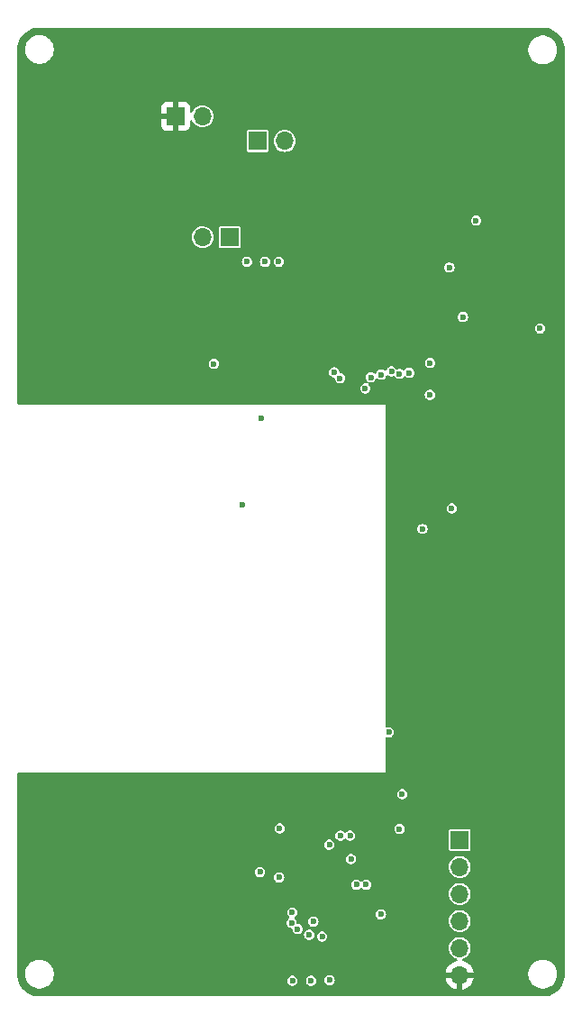
<source format=gbr>
%TF.GenerationSoftware,KiCad,Pcbnew,8.0.2*%
%TF.CreationDate,2025-02-23T20:01:42-05:00*%
%TF.ProjectId,Ecardz-Proto,45636172-647a-42d5-9072-6f746f2e6b69,rev?*%
%TF.SameCoordinates,Original*%
%TF.FileFunction,Copper,L2,Inr*%
%TF.FilePolarity,Positive*%
%FSLAX46Y46*%
G04 Gerber Fmt 4.6, Leading zero omitted, Abs format (unit mm)*
G04 Created by KiCad (PCBNEW 8.0.2) date 2025-02-23 20:01:42*
%MOMM*%
%LPD*%
G01*
G04 APERTURE LIST*
%TA.AperFunction,ComponentPad*%
%ADD10R,1.700000X1.700000*%
%TD*%
%TA.AperFunction,ComponentPad*%
%ADD11O,1.700000X1.700000*%
%TD*%
%TA.AperFunction,ViaPad*%
%ADD12C,0.600000*%
%TD*%
G04 APERTURE END LIST*
D10*
%TO.N,/NFC/VDD_NFC*%
%TO.C,J5*%
X447975000Y-1100000D03*
D11*
%TO.N,/NFC/NFC_POWER*%
X445435000Y-1100000D03*
%TD*%
D10*
%TO.N,GND*%
%TO.C,J1*%
X442890000Y10250000D03*
D11*
%TO.N,VDD*%
X445430000Y10250000D03*
%TD*%
D10*
%TO.N,VDD_HARVEST*%
%TO.C,J4*%
X450610000Y7940000D03*
D11*
%TO.N,VDD*%
X453150000Y7940000D03*
%TD*%
D10*
%TO.N,VDD*%
%TO.C,J3*%
X469600000Y-57710000D03*
D11*
%TO.N,/STM/NRST*%
X469600000Y-60250000D03*
%TO.N,/STM/SWCLK*%
X469600000Y-62790000D03*
%TO.N,/STM/SWDIO*%
X469600000Y-65330000D03*
%TO.N,/STM/SWO*%
X469600000Y-67870000D03*
%TO.N,GND*%
X469600000Y-70410000D03*
%TD*%
D12*
%TO.N,GND*%
X455800000Y16400000D03*
X454300000Y-52500000D03*
X473250000Y-22200000D03*
X463600000Y-6900000D03*
X451378478Y-71631522D03*
X439200000Y-16090000D03*
X459140000Y-70920000D03*
X447940000Y-70420000D03*
X468640000Y-2135000D03*
X461778478Y-57531522D03*
X431700000Y-16090000D03*
X465300000Y-19000000D03*
X459000000Y-65000000D03*
X463155761Y-59555761D03*
X444100000Y5500000D03*
X437100000Y3510000D03*
X433600000Y8910000D03*
X443000000Y-16090000D03*
X447737500Y-14039461D03*
X429400000Y-790000D03*
X437100000Y8910000D03*
X461728478Y-65681522D03*
X460000000Y-7200000D03*
X469930000Y-855000D03*
X454500000Y-56900000D03*
X466760000Y-6645000D03*
X452800000Y-54000000D03*
X429300000Y10510000D03*
X453100000Y-11700000D03*
X449528478Y-60681522D03*
X433600000Y3410000D03*
X428300000Y-16090000D03*
X444100000Y7800000D03*
X446500000Y-16190000D03*
X429300000Y-8190000D03*
X429300000Y6710000D03*
X449000000Y-63300000D03*
X439000000Y-1990000D03*
X465420000Y-21200000D03*
X440800000Y17010000D03*
X441700000Y7700000D03*
X435400000Y310000D03*
X469300000Y-23800000D03*
X448000000Y-62000000D03*
X477200000Y-11400000D03*
X465100000Y-8900000D03*
X437100000Y17010000D03*
X451987500Y-8539461D03*
X475630000Y-15090000D03*
X468100000Y-4800000D03*
X471000000Y-23700000D03*
X458600000Y-8700000D03*
X470580000Y-11895000D03*
X454100000Y14000000D03*
X445100000Y-7200000D03*
X440500000Y8910000D03*
X439000000Y1810000D03*
X440500000Y3510000D03*
X429300000Y-4590000D03*
X429400000Y3010000D03*
X478191522Y-13378478D03*
X468050000Y-9025000D03*
X449378478Y-71631522D03*
X448000000Y17010000D03*
X448237500Y-6789461D03*
X471911522Y-2093499D03*
X452300000Y-70400000D03*
X455690000Y-54170000D03*
X444600000Y16910000D03*
X466650000Y-7825000D03*
X442200000Y210000D03*
X463278478Y-55981522D03*
X452900000Y16200000D03*
X441700000Y5500000D03*
X471400000Y-9350000D03*
X435400000Y-16090000D03*
X454200000Y17800000D03*
X433600000Y17010000D03*
X465978823Y-15321177D03*
X454000000Y12200000D03*
X452028478Y-60731522D03*
X429300000Y-11790000D03*
%TO.N,/EINK/RESE*%
X469904022Y-8595000D03*
X458352967Y-14350124D03*
%TO.N,VDD*%
X468850000Y-26562500D03*
X455628478Y-70931522D03*
X459390000Y-59520000D03*
X450828478Y-60731522D03*
X453878478Y-70931522D03*
X457378478Y-70881522D03*
X452677500Y-56620000D03*
X462200000Y-64700000D03*
%TO.N,/EINK/VGH*%
X466800000Y-15900000D03*
X477154022Y-9665978D03*
%TO.N,/STM/NFC_BUSY*%
X449600000Y-3400000D03*
X457354603Y-58154603D03*
%TO.N,/EINK/CS#*%
X455848478Y-65380023D03*
X463186713Y-13704021D03*
%TO.N,/EINK/BUSY*%
X460721522Y-15300000D03*
X463940000Y-56670000D03*
X460800000Y-61911522D03*
%TO.N,/EINK/RES#*%
X459900000Y-61911522D03*
X464200000Y-53420000D03*
X461246955Y-14253120D03*
%TO.N,/EINK/D{slash}C#*%
X453800000Y-65500000D03*
X462224855Y-13999659D03*
%TO.N,/EINK/GDR*%
X457801421Y-13798579D03*
X468629022Y-3940978D03*
%TO.N,/EINK/SDA*%
X455453478Y-66620000D03*
X464842624Y-13842624D03*
%TO.N,/STM/NRST*%
X452628478Y-61231522D03*
%TO.N,/STM/I2C_NFC_SCL*%
X451306250Y-3406250D03*
X458400000Y-57300000D03*
%TO.N,/STM/I2C_NFC_SDA*%
X459300000Y-57300000D03*
X452600000Y-3400000D03*
%TO.N,/NFC/V_E_HARVEST*%
X446500000Y-12990000D03*
X462940000Y-47600000D03*
%TO.N,/EINK/VCL*%
X471141522Y471522D03*
X466808812Y-12908812D03*
%TO.N,/EINK/EINK_POWER_CTRL_N*%
X466100000Y-28500000D03*
X453870000Y-64519022D03*
%TO.N,/EINK/SCL*%
X463932502Y-13932502D03*
X454362830Y-66080000D03*
%TO.N,/NFC/NFC_POWER*%
X456669293Y-66773460D03*
%TO.N,/NFC/antenna*%
X449200000Y-26200000D03*
X450979022Y-18100000D03*
%TD*%
%TA.AperFunction,Conductor*%
%TO.N,GND*%
G36*
X477325887Y18589497D02*
G01*
X477334126Y18589497D01*
X477334127Y18589497D01*
X477347973Y18589497D01*
X477395956Y18589499D01*
X477404065Y18589234D01*
X477665952Y18572079D01*
X477682033Y18569962D01*
X477714760Y18563453D01*
X477935441Y18519564D01*
X477951109Y18515366D01*
X478195771Y18432320D01*
X478210757Y18426113D01*
X478442485Y18311842D01*
X478456533Y18303732D01*
X478671366Y18160188D01*
X478684235Y18150313D01*
X478878489Y17979958D01*
X478889958Y17968489D01*
X479060313Y17774235D01*
X479070188Y17761366D01*
X479213732Y17546533D01*
X479221842Y17532485D01*
X479336113Y17300757D01*
X479342320Y17285771D01*
X479425366Y17041109D01*
X479429564Y17025441D01*
X479479962Y16772035D01*
X479482079Y16755952D01*
X479499234Y16494065D01*
X479499499Y16485956D01*
X479499497Y16416552D01*
X479499500Y16416502D01*
X479499500Y-70305923D01*
X479499234Y-70314037D01*
X479482061Y-70575905D01*
X479479944Y-70591986D01*
X479429528Y-70845403D01*
X479425329Y-70861069D01*
X479342275Y-71105720D01*
X479336068Y-71120705D01*
X479221789Y-71352430D01*
X479213680Y-71366476D01*
X479070128Y-71581312D01*
X479060254Y-71594179D01*
X478889899Y-71788430D01*
X478878430Y-71799899D01*
X478684179Y-71970254D01*
X478671312Y-71980128D01*
X478456476Y-72123680D01*
X478442430Y-72131789D01*
X478210705Y-72246068D01*
X478195720Y-72252275D01*
X477951069Y-72335329D01*
X477935403Y-72339528D01*
X477681986Y-72389944D01*
X477665905Y-72392061D01*
X477404037Y-72409234D01*
X477395923Y-72409500D01*
X430104103Y-72409500D01*
X430095984Y-72409234D01*
X429834107Y-72392050D01*
X429818031Y-72389933D01*
X429756197Y-72377630D01*
X429564628Y-72339513D01*
X429548962Y-72335315D01*
X429338495Y-72263861D01*
X429304295Y-72252249D01*
X429289315Y-72246043D01*
X429057591Y-72131760D01*
X429043545Y-72123651D01*
X428828716Y-71980101D01*
X428815849Y-71970227D01*
X428621597Y-71799869D01*
X428610130Y-71788402D01*
X428468797Y-71627246D01*
X428439770Y-71594148D01*
X428429898Y-71581283D01*
X428323888Y-71422635D01*
X428286347Y-71366453D01*
X428278239Y-71352408D01*
X428163956Y-71120684D01*
X428157752Y-71105712D01*
X428074683Y-70861035D01*
X428070486Y-70845371D01*
X428060603Y-70795701D01*
X428020064Y-70591955D01*
X428017949Y-70575904D01*
X428002745Y-70344174D01*
X428000766Y-70314014D01*
X428000500Y-70305896D01*
X428000500Y-70203713D01*
X428749500Y-70203713D01*
X428749500Y-70416287D01*
X428753248Y-70439949D01*
X428781618Y-70619074D01*
X428782754Y-70626243D01*
X428837507Y-70794756D01*
X428848444Y-70828414D01*
X428944951Y-71017820D01*
X429069890Y-71189786D01*
X429220213Y-71340109D01*
X429392179Y-71465048D01*
X429392181Y-71465049D01*
X429392184Y-71465051D01*
X429581588Y-71561557D01*
X429783757Y-71627246D01*
X429993713Y-71660500D01*
X429993714Y-71660500D01*
X430206286Y-71660500D01*
X430206287Y-71660500D01*
X430416243Y-71627246D01*
X430618412Y-71561557D01*
X430807816Y-71465051D01*
X430880806Y-71412021D01*
X430979786Y-71340109D01*
X430979788Y-71340106D01*
X430979792Y-71340104D01*
X431130104Y-71189792D01*
X431130106Y-71189788D01*
X431130109Y-71189786D01*
X431255048Y-71017820D01*
X431255047Y-71017820D01*
X431255051Y-71017816D01*
X431299020Y-70931522D01*
X453393037Y-70931522D01*
X453412700Y-71068287D01*
X453470098Y-71193969D01*
X453470099Y-71193971D01*
X453560582Y-71298394D01*
X453560584Y-71298395D01*
X453560586Y-71298397D01*
X453676816Y-71373094D01*
X453676821Y-71373096D01*
X453809390Y-71412021D01*
X453809392Y-71412022D01*
X453809393Y-71412022D01*
X453947564Y-71412022D01*
X453947564Y-71412021D01*
X454080137Y-71373095D01*
X454090437Y-71366476D01*
X454157937Y-71323096D01*
X454196374Y-71298394D01*
X454286857Y-71193971D01*
X454344255Y-71068287D01*
X454363919Y-70931522D01*
X455143037Y-70931522D01*
X455162700Y-71068287D01*
X455220098Y-71193969D01*
X455220099Y-71193971D01*
X455310582Y-71298394D01*
X455310584Y-71298395D01*
X455310586Y-71298397D01*
X455426816Y-71373094D01*
X455426821Y-71373096D01*
X455559390Y-71412021D01*
X455559392Y-71412022D01*
X455559393Y-71412022D01*
X455697564Y-71412022D01*
X455697564Y-71412021D01*
X455830137Y-71373095D01*
X455840437Y-71366476D01*
X455907937Y-71323096D01*
X455946374Y-71298394D01*
X456036857Y-71193971D01*
X456094255Y-71068287D01*
X456113919Y-70931522D01*
X456106730Y-70881522D01*
X456893037Y-70881522D01*
X456912700Y-71018287D01*
X456959464Y-71120684D01*
X456970099Y-71143971D01*
X457060582Y-71248394D01*
X457060584Y-71248395D01*
X457060586Y-71248397D01*
X457176816Y-71323094D01*
X457176821Y-71323096D01*
X457276725Y-71352430D01*
X457301563Y-71359723D01*
X457309390Y-71362021D01*
X457309392Y-71362022D01*
X457309393Y-71362022D01*
X457447564Y-71362022D01*
X457447564Y-71362021D01*
X457580137Y-71323095D01*
X457618573Y-71298394D01*
X457696369Y-71248397D01*
X457696368Y-71248397D01*
X457696374Y-71248394D01*
X457786857Y-71143971D01*
X457844255Y-71018287D01*
X457863919Y-70881522D01*
X457844255Y-70744757D01*
X457786857Y-70619073D01*
X457696374Y-70514650D01*
X457696371Y-70514648D01*
X457696369Y-70514646D01*
X457580139Y-70439949D01*
X457580134Y-70439947D01*
X457447565Y-70401022D01*
X457447563Y-70401022D01*
X457309393Y-70401022D01*
X457309390Y-70401022D01*
X457176821Y-70439947D01*
X457176816Y-70439949D01*
X457060586Y-70514646D01*
X457060584Y-70514648D01*
X456970099Y-70619073D01*
X456970098Y-70619074D01*
X456912700Y-70744756D01*
X456893037Y-70881522D01*
X456106730Y-70881522D01*
X456094255Y-70794757D01*
X456036857Y-70669073D01*
X455946374Y-70564650D01*
X455946371Y-70564648D01*
X455946369Y-70564646D01*
X455830139Y-70489949D01*
X455830134Y-70489947D01*
X455697565Y-70451022D01*
X455697563Y-70451022D01*
X455559393Y-70451022D01*
X455559390Y-70451022D01*
X455426821Y-70489947D01*
X455426816Y-70489949D01*
X455310586Y-70564646D01*
X455310584Y-70564648D01*
X455310582Y-70564649D01*
X455310582Y-70564650D01*
X455293816Y-70583999D01*
X455220099Y-70669073D01*
X455220098Y-70669074D01*
X455162700Y-70794756D01*
X455143037Y-70931522D01*
X454363919Y-70931522D01*
X454344255Y-70794757D01*
X454286857Y-70669073D01*
X454196374Y-70564650D01*
X454196371Y-70564648D01*
X454196369Y-70564646D01*
X454080139Y-70489949D01*
X454080134Y-70489947D01*
X453947565Y-70451022D01*
X453947563Y-70451022D01*
X453809393Y-70451022D01*
X453809390Y-70451022D01*
X453676821Y-70489947D01*
X453676816Y-70489949D01*
X453560586Y-70564646D01*
X453560584Y-70564648D01*
X453560582Y-70564649D01*
X453560582Y-70564650D01*
X453543816Y-70583999D01*
X453470099Y-70669073D01*
X453470098Y-70669074D01*
X453412700Y-70794756D01*
X453393037Y-70931522D01*
X431299020Y-70931522D01*
X431351557Y-70828412D01*
X431417246Y-70626243D01*
X431450500Y-70416287D01*
X431450500Y-70203713D01*
X431443576Y-70159999D01*
X468269364Y-70159999D01*
X468269364Y-70160000D01*
X469166988Y-70160000D01*
X469134075Y-70217007D01*
X469100000Y-70344174D01*
X469100000Y-70475826D01*
X469134075Y-70602993D01*
X469166988Y-70660000D01*
X468269364Y-70660000D01*
X468326567Y-70873486D01*
X468326570Y-70873492D01*
X468426399Y-71087578D01*
X468561894Y-71281082D01*
X468728917Y-71448105D01*
X468922421Y-71583600D01*
X469136507Y-71683429D01*
X469136516Y-71683433D01*
X469350000Y-71740634D01*
X469350000Y-70843012D01*
X469407007Y-70875925D01*
X469534174Y-70910000D01*
X469665826Y-70910000D01*
X469792993Y-70875925D01*
X469850000Y-70843012D01*
X469850000Y-71740633D01*
X470063483Y-71683433D01*
X470063492Y-71683429D01*
X470277578Y-71583600D01*
X470471082Y-71448105D01*
X470638105Y-71281082D01*
X470773600Y-71087578D01*
X470873429Y-70873492D01*
X470873432Y-70873486D01*
X470930636Y-70660000D01*
X470033012Y-70660000D01*
X470065925Y-70602993D01*
X470100000Y-70475826D01*
X470100000Y-70344174D01*
X470065925Y-70217007D01*
X470058250Y-70203713D01*
X476049500Y-70203713D01*
X476049500Y-70416287D01*
X476053248Y-70439949D01*
X476081618Y-70619074D01*
X476082754Y-70626243D01*
X476137507Y-70794756D01*
X476148444Y-70828414D01*
X476244951Y-71017820D01*
X476369890Y-71189786D01*
X476520213Y-71340109D01*
X476692179Y-71465048D01*
X476692181Y-71465049D01*
X476692184Y-71465051D01*
X476881588Y-71561557D01*
X477083757Y-71627246D01*
X477293713Y-71660500D01*
X477293714Y-71660500D01*
X477506286Y-71660500D01*
X477506287Y-71660500D01*
X477716243Y-71627246D01*
X477918412Y-71561557D01*
X478107816Y-71465051D01*
X478180806Y-71412021D01*
X478279786Y-71340109D01*
X478279788Y-71340106D01*
X478279792Y-71340104D01*
X478430104Y-71189792D01*
X478430106Y-71189788D01*
X478430109Y-71189786D01*
X478555048Y-71017820D01*
X478555047Y-71017820D01*
X478555051Y-71017816D01*
X478651557Y-70828412D01*
X478717246Y-70626243D01*
X478750500Y-70416287D01*
X478750500Y-70203713D01*
X478717246Y-69993757D01*
X478651557Y-69791588D01*
X478555051Y-69602184D01*
X478555049Y-69602181D01*
X478555048Y-69602179D01*
X478430109Y-69430213D01*
X478279786Y-69279890D01*
X478107820Y-69154951D01*
X477918414Y-69058444D01*
X477918413Y-69058443D01*
X477918412Y-69058443D01*
X477716243Y-68992754D01*
X477716241Y-68992753D01*
X477716240Y-68992753D01*
X477554957Y-68967208D01*
X477506287Y-68959500D01*
X477293713Y-68959500D01*
X477245042Y-68967208D01*
X477083760Y-68992753D01*
X476881585Y-69058444D01*
X476692179Y-69154951D01*
X476520213Y-69279890D01*
X476369890Y-69430213D01*
X476244951Y-69602179D01*
X476148444Y-69791585D01*
X476082753Y-69993760D01*
X476049500Y-70203713D01*
X470058250Y-70203713D01*
X470033012Y-70160000D01*
X470930636Y-70160000D01*
X470930635Y-70159999D01*
X470873432Y-69946513D01*
X470873429Y-69946507D01*
X470773600Y-69732422D01*
X470773599Y-69732420D01*
X470638113Y-69538926D01*
X470638108Y-69538920D01*
X470471082Y-69371894D01*
X470277578Y-69236399D01*
X470063492Y-69136570D01*
X470063486Y-69136567D01*
X469904764Y-69094038D01*
X469845104Y-69057673D01*
X469814575Y-68994826D01*
X469822870Y-68925450D01*
X469867355Y-68871572D01*
X469900858Y-68855604D01*
X469996263Y-68826664D01*
X470175285Y-68730975D01*
X470332199Y-68602199D01*
X470460975Y-68445285D01*
X470556664Y-68266263D01*
X470615589Y-68072013D01*
X470635486Y-67870000D01*
X470615589Y-67667987D01*
X470556664Y-67473737D01*
X470556662Y-67473734D01*
X470556662Y-67473732D01*
X470460978Y-67294720D01*
X470460974Y-67294713D01*
X470332199Y-67137800D01*
X470175286Y-67009025D01*
X470175279Y-67009021D01*
X469996267Y-66913337D01*
X469894435Y-66882447D01*
X469802013Y-66854411D01*
X469802011Y-66854410D01*
X469802013Y-66854410D01*
X469600000Y-66834514D01*
X469397988Y-66854410D01*
X469203732Y-66913337D01*
X469024720Y-67009021D01*
X469024713Y-67009025D01*
X468867800Y-67137800D01*
X468739025Y-67294713D01*
X468739021Y-67294720D01*
X468643337Y-67473732D01*
X468584410Y-67667988D01*
X468564514Y-67870000D01*
X468584410Y-68072011D01*
X468643337Y-68266267D01*
X468739021Y-68445279D01*
X468739025Y-68445286D01*
X468867800Y-68602199D01*
X469024713Y-68730974D01*
X469024720Y-68730978D01*
X469114226Y-68778819D01*
X469203737Y-68826664D01*
X469299138Y-68855603D01*
X469357575Y-68893899D01*
X469386031Y-68957712D01*
X469375471Y-69026779D01*
X469329247Y-69079172D01*
X469295235Y-69094038D01*
X469136514Y-69136567D01*
X469136507Y-69136570D01*
X468922422Y-69236399D01*
X468922420Y-69236400D01*
X468728926Y-69371886D01*
X468728920Y-69371891D01*
X468561891Y-69538920D01*
X468561886Y-69538926D01*
X468426400Y-69732420D01*
X468426399Y-69732422D01*
X468326570Y-69946507D01*
X468326567Y-69946513D01*
X468269364Y-70159999D01*
X431443576Y-70159999D01*
X431417246Y-69993757D01*
X431351557Y-69791588D01*
X431255051Y-69602184D01*
X431255049Y-69602181D01*
X431255048Y-69602179D01*
X431130109Y-69430213D01*
X430979786Y-69279890D01*
X430807820Y-69154951D01*
X430618414Y-69058444D01*
X430618413Y-69058443D01*
X430618412Y-69058443D01*
X430416243Y-68992754D01*
X430416241Y-68992753D01*
X430416240Y-68992753D01*
X430254957Y-68967208D01*
X430206287Y-68959500D01*
X429993713Y-68959500D01*
X429945042Y-68967208D01*
X429783760Y-68992753D01*
X429581585Y-69058444D01*
X429392179Y-69154951D01*
X429220213Y-69279890D01*
X429069890Y-69430213D01*
X428944951Y-69602179D01*
X428848444Y-69791585D01*
X428782753Y-69993760D01*
X428749500Y-70203713D01*
X428000500Y-70203713D01*
X428000500Y-66620000D01*
X454968037Y-66620000D01*
X454987700Y-66756765D01*
X455032294Y-66854410D01*
X455045099Y-66882449D01*
X455135582Y-66986872D01*
X455135584Y-66986873D01*
X455135586Y-66986875D01*
X455251816Y-67061572D01*
X455251821Y-67061574D01*
X455384390Y-67100499D01*
X455384392Y-67100500D01*
X455384393Y-67100500D01*
X455522564Y-67100500D01*
X455522564Y-67100499D01*
X455655137Y-67061573D01*
X455771374Y-66986872D01*
X455861857Y-66882449D01*
X455911631Y-66773460D01*
X456183852Y-66773460D01*
X456203515Y-66910225D01*
X456248636Y-67009025D01*
X456260914Y-67035909D01*
X456351397Y-67140332D01*
X456351399Y-67140333D01*
X456351401Y-67140335D01*
X456467631Y-67215032D01*
X456467636Y-67215034D01*
X456600205Y-67253959D01*
X456600207Y-67253960D01*
X456600208Y-67253960D01*
X456738379Y-67253960D01*
X456738379Y-67253959D01*
X456870952Y-67215033D01*
X456987189Y-67140332D01*
X457077672Y-67035909D01*
X457135070Y-66910225D01*
X457154734Y-66773460D01*
X457135070Y-66636695D01*
X457077672Y-66511011D01*
X456987189Y-66406588D01*
X456987186Y-66406586D01*
X456987184Y-66406584D01*
X456870954Y-66331887D01*
X456870949Y-66331885D01*
X456738380Y-66292960D01*
X456738378Y-66292960D01*
X456600208Y-66292960D01*
X456600205Y-66292960D01*
X456467636Y-66331885D01*
X456467631Y-66331887D01*
X456351401Y-66406584D01*
X456351399Y-66406586D01*
X456260914Y-66511011D01*
X456260913Y-66511012D01*
X456203515Y-66636694D01*
X456183852Y-66773460D01*
X455911631Y-66773460D01*
X455919255Y-66756765D01*
X455938919Y-66620000D01*
X455919255Y-66483235D01*
X455861857Y-66357551D01*
X455771374Y-66253128D01*
X455771371Y-66253126D01*
X455771369Y-66253124D01*
X455655139Y-66178427D01*
X455655134Y-66178425D01*
X455522565Y-66139500D01*
X455522563Y-66139500D01*
X455384393Y-66139500D01*
X455384390Y-66139500D01*
X455251821Y-66178425D01*
X455251816Y-66178427D01*
X455135586Y-66253124D01*
X455135584Y-66253126D01*
X455135582Y-66253127D01*
X455135582Y-66253128D01*
X455067339Y-66331885D01*
X455045099Y-66357551D01*
X455045098Y-66357552D01*
X454987700Y-66483234D01*
X454968037Y-66620000D01*
X428000500Y-66620000D01*
X428000500Y-65500000D01*
X453314559Y-65500000D01*
X453334222Y-65636765D01*
X453375095Y-65726263D01*
X453391621Y-65762449D01*
X453482104Y-65866872D01*
X453482106Y-65866873D01*
X453482108Y-65866875D01*
X453598338Y-65941572D01*
X453598343Y-65941574D01*
X453730912Y-65980499D01*
X453730914Y-65980500D01*
X453755636Y-65980500D01*
X453822675Y-66000185D01*
X453868430Y-66052989D01*
X453878374Y-66086853D01*
X453897052Y-66216765D01*
X453949627Y-66331887D01*
X453954451Y-66342449D01*
X454044934Y-66446872D01*
X454044936Y-66446873D01*
X454044938Y-66446875D01*
X454161168Y-66521572D01*
X454161173Y-66521574D01*
X454293742Y-66560499D01*
X454293744Y-66560500D01*
X454293745Y-66560500D01*
X454431916Y-66560500D01*
X454431916Y-66560499D01*
X454564489Y-66521573D01*
X454580923Y-66511012D01*
X454680721Y-66446875D01*
X454680720Y-66446875D01*
X454680726Y-66446872D01*
X454771209Y-66342449D01*
X454828607Y-66216765D01*
X454848271Y-66080000D01*
X454828607Y-65943235D01*
X454827848Y-65941574D01*
X454799908Y-65880393D01*
X454771209Y-65817551D01*
X454680726Y-65713128D01*
X454680723Y-65713126D01*
X454680721Y-65713124D01*
X454564491Y-65638427D01*
X454564486Y-65638425D01*
X454431917Y-65599500D01*
X454431915Y-65599500D01*
X454407194Y-65599500D01*
X454340155Y-65579815D01*
X454294400Y-65527011D01*
X454284456Y-65493147D01*
X454268191Y-65380023D01*
X455363037Y-65380023D01*
X455382700Y-65516788D01*
X455437493Y-65636765D01*
X455440099Y-65642472D01*
X455530582Y-65746895D01*
X455530584Y-65746896D01*
X455530586Y-65746898D01*
X455646816Y-65821595D01*
X455646821Y-65821597D01*
X455779390Y-65860522D01*
X455779392Y-65860523D01*
X455779393Y-65860523D01*
X455917564Y-65860523D01*
X455917564Y-65860522D01*
X456050137Y-65821596D01*
X456056432Y-65817551D01*
X456116647Y-65778852D01*
X456166374Y-65746895D01*
X456256857Y-65642472D01*
X456314255Y-65516788D01*
X456333919Y-65380023D01*
X456326727Y-65330000D01*
X468564514Y-65330000D01*
X468584410Y-65532011D01*
X468643337Y-65726267D01*
X468739021Y-65905279D01*
X468739025Y-65905286D01*
X468867800Y-66062199D01*
X469024713Y-66190974D01*
X469024720Y-66190978D01*
X469203732Y-66286662D01*
X469203734Y-66286662D01*
X469203737Y-66286664D01*
X469397987Y-66345589D01*
X469397986Y-66345589D01*
X469416099Y-66347372D01*
X469600000Y-66365486D01*
X469802013Y-66345589D01*
X469996263Y-66286664D01*
X470175285Y-66190975D01*
X470332199Y-66062199D01*
X470460975Y-65905285D01*
X470545634Y-65746898D01*
X470556662Y-65726267D01*
X470556662Y-65726266D01*
X470556664Y-65726263D01*
X470615589Y-65532013D01*
X470635486Y-65330000D01*
X470615589Y-65127987D01*
X470556664Y-64933737D01*
X470556662Y-64933734D01*
X470556662Y-64933732D01*
X470460978Y-64754720D01*
X470460974Y-64754713D01*
X470332199Y-64597800D01*
X470175286Y-64469025D01*
X470175279Y-64469021D01*
X469996267Y-64373337D01*
X469863708Y-64333126D01*
X469802013Y-64314411D01*
X469802011Y-64314410D01*
X469802013Y-64314410D01*
X469600000Y-64294514D01*
X469397988Y-64314410D01*
X469203732Y-64373337D01*
X469024720Y-64469021D01*
X469024713Y-64469025D01*
X468867800Y-64597800D01*
X468739025Y-64754713D01*
X468739021Y-64754720D01*
X468643337Y-64933732D01*
X468584410Y-65127988D01*
X468564514Y-65330000D01*
X456326727Y-65330000D01*
X456314255Y-65243258D01*
X456311649Y-65237552D01*
X456267817Y-65141573D01*
X456256857Y-65117574D01*
X456166374Y-65013151D01*
X456166371Y-65013149D01*
X456166369Y-65013147D01*
X456050139Y-64938450D01*
X456050134Y-64938448D01*
X455917565Y-64899523D01*
X455917563Y-64899523D01*
X455779393Y-64899523D01*
X455779390Y-64899523D01*
X455646821Y-64938448D01*
X455646816Y-64938450D01*
X455530586Y-65013147D01*
X455530584Y-65013149D01*
X455440099Y-65117574D01*
X455440098Y-65117575D01*
X455382700Y-65243257D01*
X455363037Y-65380023D01*
X454268191Y-65380023D01*
X454265777Y-65363234D01*
X454210985Y-65243258D01*
X454208379Y-65237551D01*
X454117896Y-65133128D01*
X454117893Y-65133126D01*
X454111191Y-65127318D01*
X454113128Y-65125082D01*
X454077113Y-65083530D01*
X454067161Y-65014372D01*
X454096178Y-64950813D01*
X454122858Y-64927691D01*
X454187896Y-64885894D01*
X454278379Y-64781471D01*
X454315586Y-64700000D01*
X461714559Y-64700000D01*
X461734222Y-64836765D01*
X461780660Y-64938448D01*
X461791621Y-64962449D01*
X461882104Y-65066872D01*
X461882106Y-65066873D01*
X461882108Y-65066875D01*
X461998338Y-65141572D01*
X461998343Y-65141574D01*
X462130912Y-65180499D01*
X462130914Y-65180500D01*
X462130915Y-65180500D01*
X462269086Y-65180500D01*
X462269086Y-65180499D01*
X462401659Y-65141573D01*
X462422800Y-65127987D01*
X462468169Y-65098829D01*
X462517896Y-65066872D01*
X462608379Y-64962449D01*
X462665777Y-64836765D01*
X462685441Y-64700000D01*
X462665777Y-64563235D01*
X462608379Y-64437551D01*
X462517896Y-64333128D01*
X462517893Y-64333126D01*
X462517891Y-64333124D01*
X462401661Y-64258427D01*
X462401656Y-64258425D01*
X462269087Y-64219500D01*
X462269085Y-64219500D01*
X462130915Y-64219500D01*
X462130912Y-64219500D01*
X461998343Y-64258425D01*
X461998338Y-64258427D01*
X461882108Y-64333124D01*
X461882106Y-64333126D01*
X461882104Y-64333127D01*
X461882104Y-64333128D01*
X461839534Y-64382257D01*
X461791621Y-64437551D01*
X461791620Y-64437552D01*
X461734222Y-64563234D01*
X461714559Y-64700000D01*
X454315586Y-64700000D01*
X454335777Y-64655787D01*
X454355441Y-64519022D01*
X454335777Y-64382257D01*
X454331703Y-64373337D01*
X454295706Y-64294514D01*
X454278379Y-64256573D01*
X454187896Y-64152150D01*
X454187893Y-64152148D01*
X454187891Y-64152146D01*
X454071661Y-64077449D01*
X454071656Y-64077447D01*
X453939087Y-64038522D01*
X453939085Y-64038522D01*
X453800915Y-64038522D01*
X453800912Y-64038522D01*
X453668343Y-64077447D01*
X453668338Y-64077449D01*
X453552108Y-64152146D01*
X453552106Y-64152148D01*
X453461621Y-64256573D01*
X453461620Y-64256574D01*
X453404222Y-64382256D01*
X453384559Y-64519022D01*
X453404222Y-64655787D01*
X453424414Y-64700000D01*
X453461621Y-64781471D01*
X453552104Y-64885894D01*
X453552106Y-64885895D01*
X453558809Y-64891704D01*
X453556870Y-64893940D01*
X453592881Y-64935480D01*
X453602840Y-65004636D01*
X453573829Y-65068199D01*
X453547138Y-65091332D01*
X453482106Y-65133126D01*
X453482104Y-65133127D01*
X453482104Y-65133128D01*
X453474786Y-65141574D01*
X453391621Y-65237551D01*
X453391620Y-65237552D01*
X453334222Y-65363234D01*
X453314559Y-65500000D01*
X428000500Y-65500000D01*
X428000500Y-62790000D01*
X468564514Y-62790000D01*
X468584410Y-62992011D01*
X468643337Y-63186267D01*
X468739021Y-63365279D01*
X468739025Y-63365286D01*
X468867800Y-63522199D01*
X469024713Y-63650974D01*
X469024720Y-63650978D01*
X469203732Y-63746662D01*
X469203734Y-63746662D01*
X469203737Y-63746664D01*
X469397987Y-63805589D01*
X469397986Y-63805589D01*
X469416099Y-63807372D01*
X469600000Y-63825486D01*
X469802013Y-63805589D01*
X469996263Y-63746664D01*
X470175285Y-63650975D01*
X470332199Y-63522199D01*
X470460975Y-63365285D01*
X470556664Y-63186263D01*
X470615589Y-62992013D01*
X470635486Y-62790000D01*
X470615589Y-62587987D01*
X470556664Y-62393737D01*
X470556662Y-62393734D01*
X470556662Y-62393732D01*
X470460978Y-62214720D01*
X470460974Y-62214713D01*
X470332199Y-62057800D01*
X470175286Y-61929025D01*
X470175279Y-61929021D01*
X469996267Y-61833337D01*
X469899138Y-61803873D01*
X469802013Y-61774411D01*
X469802011Y-61774410D01*
X469802013Y-61774410D01*
X469600000Y-61754514D01*
X469397988Y-61774410D01*
X469203732Y-61833337D01*
X469024720Y-61929021D01*
X469024713Y-61929025D01*
X468867800Y-62057800D01*
X468739025Y-62214713D01*
X468739021Y-62214720D01*
X468643337Y-62393732D01*
X468584410Y-62587988D01*
X468564514Y-62790000D01*
X428000500Y-62790000D01*
X428000500Y-61911522D01*
X459414559Y-61911522D01*
X459434222Y-62048287D01*
X459491620Y-62173969D01*
X459491621Y-62173971D01*
X459582104Y-62278394D01*
X459582106Y-62278395D01*
X459582108Y-62278397D01*
X459698338Y-62353094D01*
X459698343Y-62353096D01*
X459830912Y-62392021D01*
X459830914Y-62392022D01*
X459830915Y-62392022D01*
X459969086Y-62392022D01*
X459969086Y-62392021D01*
X460101659Y-62353095D01*
X460217896Y-62278394D01*
X460256287Y-62234087D01*
X460315064Y-62196313D01*
X460384934Y-62196313D01*
X460443712Y-62234087D01*
X460443713Y-62234088D01*
X460482102Y-62278392D01*
X460482108Y-62278397D01*
X460598338Y-62353094D01*
X460598343Y-62353096D01*
X460730912Y-62392021D01*
X460730914Y-62392022D01*
X460730915Y-62392022D01*
X460869086Y-62392022D01*
X460869086Y-62392021D01*
X461001659Y-62353095D01*
X461117896Y-62278394D01*
X461208379Y-62173971D01*
X461265777Y-62048287D01*
X461285441Y-61911522D01*
X461265777Y-61774757D01*
X461256532Y-61754514D01*
X461208379Y-61649074D01*
X461208379Y-61649073D01*
X461117896Y-61544650D01*
X461117893Y-61544648D01*
X461117891Y-61544646D01*
X461001661Y-61469949D01*
X461001656Y-61469947D01*
X460869087Y-61431022D01*
X460869085Y-61431022D01*
X460730915Y-61431022D01*
X460730912Y-61431022D01*
X460598343Y-61469947D01*
X460598338Y-61469949D01*
X460482108Y-61544646D01*
X460482105Y-61544648D01*
X460443713Y-61588956D01*
X460384934Y-61626730D01*
X460315065Y-61626730D01*
X460256287Y-61588956D01*
X460217894Y-61544648D01*
X460217891Y-61544646D01*
X460101661Y-61469949D01*
X460101656Y-61469947D01*
X459969087Y-61431022D01*
X459969085Y-61431022D01*
X459830915Y-61431022D01*
X459830912Y-61431022D01*
X459698343Y-61469947D01*
X459698338Y-61469949D01*
X459582108Y-61544646D01*
X459582106Y-61544648D01*
X459491621Y-61649073D01*
X459491620Y-61649074D01*
X459434222Y-61774756D01*
X459414559Y-61911522D01*
X428000500Y-61911522D01*
X428000500Y-61231522D01*
X452143037Y-61231522D01*
X452162700Y-61368287D01*
X452220098Y-61493969D01*
X452220099Y-61493971D01*
X452310582Y-61598394D01*
X452310584Y-61598395D01*
X452310586Y-61598397D01*
X452426816Y-61673094D01*
X452426821Y-61673096D01*
X452559390Y-61712021D01*
X452559392Y-61712022D01*
X452559393Y-61712022D01*
X452697564Y-61712022D01*
X452697564Y-61712021D01*
X452830137Y-61673095D01*
X452867515Y-61649074D01*
X452946369Y-61598397D01*
X452946368Y-61598397D01*
X452946374Y-61598394D01*
X453036857Y-61493971D01*
X453094255Y-61368287D01*
X453113919Y-61231522D01*
X453094255Y-61094757D01*
X453036857Y-60969073D01*
X452946374Y-60864650D01*
X452946371Y-60864648D01*
X452946369Y-60864646D01*
X452830139Y-60789949D01*
X452830134Y-60789947D01*
X452697565Y-60751022D01*
X452697563Y-60751022D01*
X452559393Y-60751022D01*
X452559390Y-60751022D01*
X452426821Y-60789947D01*
X452426816Y-60789949D01*
X452310586Y-60864646D01*
X452310584Y-60864648D01*
X452220099Y-60969073D01*
X452220098Y-60969074D01*
X452162700Y-61094756D01*
X452143037Y-61231522D01*
X428000500Y-61231522D01*
X428000500Y-60731522D01*
X450343037Y-60731522D01*
X450362700Y-60868287D01*
X450408728Y-60969073D01*
X450420099Y-60993971D01*
X450510582Y-61098394D01*
X450510584Y-61098395D01*
X450510586Y-61098397D01*
X450626816Y-61173094D01*
X450626821Y-61173096D01*
X450729698Y-61203302D01*
X450741138Y-61206662D01*
X450759390Y-61212021D01*
X450759392Y-61212022D01*
X450759393Y-61212022D01*
X450897564Y-61212022D01*
X450897564Y-61212021D01*
X451030137Y-61173095D01*
X451146374Y-61098394D01*
X451236857Y-60993971D01*
X451294255Y-60868287D01*
X451313919Y-60731522D01*
X451294255Y-60594757D01*
X451236857Y-60469073D01*
X451146374Y-60364650D01*
X451146371Y-60364648D01*
X451146369Y-60364646D01*
X451030139Y-60289949D01*
X451030134Y-60289947D01*
X450897565Y-60251022D01*
X450897563Y-60251022D01*
X450759393Y-60251022D01*
X450759390Y-60251022D01*
X450626821Y-60289947D01*
X450626816Y-60289949D01*
X450510586Y-60364646D01*
X450510584Y-60364648D01*
X450420099Y-60469073D01*
X450420098Y-60469074D01*
X450362700Y-60594756D01*
X450343037Y-60731522D01*
X428000500Y-60731522D01*
X428000500Y-60250000D01*
X468564514Y-60250000D01*
X468584410Y-60452011D01*
X468643337Y-60646267D01*
X468739021Y-60825279D01*
X468739025Y-60825286D01*
X468867800Y-60982199D01*
X469024713Y-61110974D01*
X469024720Y-61110978D01*
X469203732Y-61206662D01*
X469203734Y-61206662D01*
X469203737Y-61206664D01*
X469397987Y-61265589D01*
X469397986Y-61265589D01*
X469416099Y-61267372D01*
X469600000Y-61285486D01*
X469802013Y-61265589D01*
X469996263Y-61206664D01*
X470059065Y-61173096D01*
X470175279Y-61110978D01*
X470175285Y-61110975D01*
X470332199Y-60982199D01*
X470460975Y-60825285D01*
X470556664Y-60646263D01*
X470615589Y-60452013D01*
X470635486Y-60250000D01*
X470615589Y-60047987D01*
X470556664Y-59853737D01*
X470556662Y-59853734D01*
X470556662Y-59853732D01*
X470460978Y-59674720D01*
X470460974Y-59674713D01*
X470332199Y-59517800D01*
X470175286Y-59389025D01*
X470175279Y-59389021D01*
X469996267Y-59293337D01*
X469878295Y-59257551D01*
X469802013Y-59234411D01*
X469802011Y-59234410D01*
X469802013Y-59234410D01*
X469600000Y-59214514D01*
X469397988Y-59234410D01*
X469203732Y-59293337D01*
X469024720Y-59389021D01*
X469024713Y-59389025D01*
X468867800Y-59517800D01*
X468739025Y-59674713D01*
X468739021Y-59674720D01*
X468643337Y-59853732D01*
X468584410Y-60047988D01*
X468564514Y-60250000D01*
X428000500Y-60250000D01*
X428000500Y-59520000D01*
X458904559Y-59520000D01*
X458924222Y-59656765D01*
X458981620Y-59782447D01*
X458981621Y-59782449D01*
X459072104Y-59886872D01*
X459072106Y-59886873D01*
X459072108Y-59886875D01*
X459188338Y-59961572D01*
X459188343Y-59961574D01*
X459320912Y-60000499D01*
X459320914Y-60000500D01*
X459320915Y-60000500D01*
X459459086Y-60000500D01*
X459459086Y-60000499D01*
X459591659Y-59961573D01*
X459707896Y-59886872D01*
X459798379Y-59782449D01*
X459855777Y-59656765D01*
X459875441Y-59520000D01*
X459858248Y-59400426D01*
X459855777Y-59383234D01*
X459798379Y-59257552D01*
X459798379Y-59257551D01*
X459707896Y-59153128D01*
X459707893Y-59153126D01*
X459707891Y-59153124D01*
X459591661Y-59078427D01*
X459591656Y-59078425D01*
X459459087Y-59039500D01*
X459459085Y-59039500D01*
X459320915Y-59039500D01*
X459320912Y-59039500D01*
X459188343Y-59078425D01*
X459188338Y-59078427D01*
X459072108Y-59153124D01*
X459072106Y-59153126D01*
X458981621Y-59257551D01*
X458981620Y-59257552D01*
X458924222Y-59383234D01*
X458904559Y-59520000D01*
X428000500Y-59520000D01*
X428000500Y-58154603D01*
X456869162Y-58154603D01*
X456888825Y-58291368D01*
X456946223Y-58417050D01*
X456946224Y-58417052D01*
X457036707Y-58521475D01*
X457036709Y-58521476D01*
X457036711Y-58521478D01*
X457152941Y-58596175D01*
X457152946Y-58596177D01*
X457255823Y-58626383D01*
X457269596Y-58630428D01*
X457285515Y-58635102D01*
X457285517Y-58635103D01*
X457285518Y-58635103D01*
X457423689Y-58635103D01*
X457423689Y-58635102D01*
X457556262Y-58596176D01*
X457584892Y-58577777D01*
X457672494Y-58521478D01*
X457672493Y-58521478D01*
X457672499Y-58521475D01*
X457762982Y-58417052D01*
X457820380Y-58291368D01*
X457840044Y-58154603D01*
X457820380Y-58017838D01*
X457762982Y-57892154D01*
X457672499Y-57787731D01*
X457672496Y-57787729D01*
X457672494Y-57787727D01*
X457556264Y-57713030D01*
X457556259Y-57713028D01*
X457423690Y-57674103D01*
X457423688Y-57674103D01*
X457285518Y-57674103D01*
X457285515Y-57674103D01*
X457152946Y-57713028D01*
X457152941Y-57713030D01*
X457036711Y-57787727D01*
X457036709Y-57787729D01*
X456946224Y-57892154D01*
X456946223Y-57892155D01*
X456888825Y-58017837D01*
X456869162Y-58154603D01*
X428000500Y-58154603D01*
X428000500Y-57300000D01*
X457914559Y-57300000D01*
X457934222Y-57436765D01*
X457991620Y-57562447D01*
X457991621Y-57562449D01*
X458082104Y-57666872D01*
X458082106Y-57666873D01*
X458082108Y-57666875D01*
X458198338Y-57741572D01*
X458198343Y-57741574D01*
X458330912Y-57780499D01*
X458330914Y-57780500D01*
X458330915Y-57780500D01*
X458469086Y-57780500D01*
X458469086Y-57780499D01*
X458601659Y-57741573D01*
X458717896Y-57666872D01*
X458756287Y-57622565D01*
X458815064Y-57584791D01*
X458884934Y-57584791D01*
X458943712Y-57622565D01*
X458943713Y-57622566D01*
X458982102Y-57666870D01*
X458982108Y-57666875D01*
X459098338Y-57741572D01*
X459098343Y-57741574D01*
X459230912Y-57780499D01*
X459230914Y-57780500D01*
X459230915Y-57780500D01*
X459369086Y-57780500D01*
X459369086Y-57780499D01*
X459501659Y-57741573D01*
X459617896Y-57666872D01*
X459708379Y-57562449D01*
X459765777Y-57436765D01*
X459785441Y-57300000D01*
X459765777Y-57163235D01*
X459708379Y-57037551D01*
X459617896Y-56933128D01*
X459617893Y-56933126D01*
X459617891Y-56933124D01*
X459501661Y-56858427D01*
X459501656Y-56858425D01*
X459369087Y-56819500D01*
X459369085Y-56819500D01*
X459230915Y-56819500D01*
X459230912Y-56819500D01*
X459098343Y-56858425D01*
X459098338Y-56858427D01*
X458982108Y-56933124D01*
X458982105Y-56933126D01*
X458943713Y-56977434D01*
X458884934Y-57015208D01*
X458815065Y-57015208D01*
X458756287Y-56977434D01*
X458717894Y-56933126D01*
X458717891Y-56933124D01*
X458601661Y-56858427D01*
X458601656Y-56858425D01*
X458469087Y-56819500D01*
X458469085Y-56819500D01*
X458330915Y-56819500D01*
X458330912Y-56819500D01*
X458198343Y-56858425D01*
X458198338Y-56858427D01*
X458082108Y-56933124D01*
X458082106Y-56933126D01*
X457991621Y-57037551D01*
X457991620Y-57037552D01*
X457934222Y-57163234D01*
X457914559Y-57300000D01*
X428000500Y-57300000D01*
X428000500Y-56620000D01*
X452192059Y-56620000D01*
X452211722Y-56756765D01*
X452269120Y-56882447D01*
X452269121Y-56882449D01*
X452359604Y-56986872D01*
X452359606Y-56986873D01*
X452359608Y-56986875D01*
X452475838Y-57061572D01*
X452475843Y-57061574D01*
X452608412Y-57100499D01*
X452608414Y-57100500D01*
X452608415Y-57100500D01*
X452746586Y-57100500D01*
X452746586Y-57100499D01*
X452879159Y-57061573D01*
X452916537Y-57037552D01*
X452995391Y-56986875D01*
X452995390Y-56986875D01*
X452995396Y-56986872D01*
X453085879Y-56882449D01*
X453143277Y-56756765D01*
X453155752Y-56670000D01*
X463454559Y-56670000D01*
X463474222Y-56806765D01*
X463531620Y-56932447D01*
X463531621Y-56932449D01*
X463622104Y-57036872D01*
X463622106Y-57036873D01*
X463622108Y-57036875D01*
X463738338Y-57111572D01*
X463738343Y-57111574D01*
X463870912Y-57150499D01*
X463870914Y-57150500D01*
X463870915Y-57150500D01*
X464009086Y-57150500D01*
X464009086Y-57150499D01*
X464141659Y-57111573D01*
X464158891Y-57100499D01*
X464219459Y-57061574D01*
X464257896Y-57036872D01*
X464348379Y-56932449D01*
X464389586Y-56842218D01*
X468569500Y-56842218D01*
X468569500Y-58577774D01*
X468579973Y-58630428D01*
X468579974Y-58630431D01*
X468619867Y-58690134D01*
X468679569Y-58730025D01*
X468679572Y-58730027D01*
X468679575Y-58730027D01*
X468679576Y-58730028D01*
X468705897Y-58735263D01*
X468732223Y-58740500D01*
X470467776Y-58740499D01*
X470520428Y-58730027D01*
X470580133Y-58690133D01*
X470620027Y-58630428D01*
X470630500Y-58577777D01*
X470630499Y-56842224D01*
X470620027Y-56789572D01*
X470620025Y-56789569D01*
X470620025Y-56789568D01*
X470580132Y-56729865D01*
X470520430Y-56689974D01*
X470520423Y-56689971D01*
X470467780Y-56679500D01*
X468732225Y-56679500D01*
X468679571Y-56689973D01*
X468679568Y-56689974D01*
X468619865Y-56729867D01*
X468579974Y-56789569D01*
X468579971Y-56789576D01*
X468569500Y-56842218D01*
X464389586Y-56842218D01*
X464405777Y-56806765D01*
X464425441Y-56670000D01*
X464405777Y-56533235D01*
X464348379Y-56407551D01*
X464257896Y-56303128D01*
X464257893Y-56303126D01*
X464257891Y-56303124D01*
X464141661Y-56228427D01*
X464141656Y-56228425D01*
X464009087Y-56189500D01*
X464009085Y-56189500D01*
X463870915Y-56189500D01*
X463870912Y-56189500D01*
X463738343Y-56228425D01*
X463738338Y-56228427D01*
X463622108Y-56303124D01*
X463622106Y-56303126D01*
X463531621Y-56407551D01*
X463531620Y-56407552D01*
X463474222Y-56533234D01*
X463454559Y-56670000D01*
X453155752Y-56670000D01*
X453162941Y-56620000D01*
X453143277Y-56483235D01*
X453085879Y-56357551D01*
X452995396Y-56253128D01*
X452995393Y-56253126D01*
X452995391Y-56253124D01*
X452879161Y-56178427D01*
X452879156Y-56178425D01*
X452746587Y-56139500D01*
X452746585Y-56139500D01*
X452608415Y-56139500D01*
X452608412Y-56139500D01*
X452475843Y-56178425D01*
X452475838Y-56178427D01*
X452359608Y-56253124D01*
X452359606Y-56253126D01*
X452269121Y-56357551D01*
X452269120Y-56357552D01*
X452211722Y-56483234D01*
X452192059Y-56620000D01*
X428000500Y-56620000D01*
X428000500Y-53420000D01*
X463714559Y-53420000D01*
X463734222Y-53556765D01*
X463791620Y-53682447D01*
X463791621Y-53682449D01*
X463882104Y-53786872D01*
X463882106Y-53786873D01*
X463882108Y-53786875D01*
X463998338Y-53861572D01*
X463998343Y-53861574D01*
X464130912Y-53900499D01*
X464130914Y-53900500D01*
X464130915Y-53900500D01*
X464269086Y-53900500D01*
X464269086Y-53900499D01*
X464401659Y-53861573D01*
X464517896Y-53786872D01*
X464608379Y-53682449D01*
X464665777Y-53556765D01*
X464685441Y-53420000D01*
X464665777Y-53283235D01*
X464608379Y-53157551D01*
X464517896Y-53053128D01*
X464517893Y-53053126D01*
X464517891Y-53053124D01*
X464401661Y-52978427D01*
X464401656Y-52978425D01*
X464269087Y-52939500D01*
X464269085Y-52939500D01*
X464130915Y-52939500D01*
X464130912Y-52939500D01*
X463998343Y-52978425D01*
X463998338Y-52978427D01*
X463882108Y-53053124D01*
X463882106Y-53053126D01*
X463791621Y-53157551D01*
X463791620Y-53157552D01*
X463734222Y-53283234D01*
X463714559Y-53420000D01*
X428000500Y-53420000D01*
X428000500Y-51524000D01*
X428020185Y-51456961D01*
X428072989Y-51411206D01*
X428124500Y-51400000D01*
X462600000Y-51400000D01*
X462600000Y-48166597D01*
X462619685Y-48099558D01*
X462672489Y-48053803D01*
X462741647Y-48043859D01*
X462758935Y-48047620D01*
X462870914Y-48080500D01*
X462870915Y-48080500D01*
X463009086Y-48080500D01*
X463009086Y-48080499D01*
X463141659Y-48041573D01*
X463257896Y-47966872D01*
X463348379Y-47862449D01*
X463405777Y-47736765D01*
X463425441Y-47600000D01*
X463405777Y-47463235D01*
X463348379Y-47337551D01*
X463257896Y-47233128D01*
X463257893Y-47233126D01*
X463257891Y-47233124D01*
X463141661Y-47158427D01*
X463141656Y-47158425D01*
X463009087Y-47119500D01*
X463009085Y-47119500D01*
X462870915Y-47119500D01*
X462870911Y-47119500D01*
X462758934Y-47152379D01*
X462689064Y-47152379D01*
X462630286Y-47114604D01*
X462601262Y-47051048D01*
X462600000Y-47033402D01*
X462600000Y-28500000D01*
X465614559Y-28500000D01*
X465634222Y-28636765D01*
X465691620Y-28762447D01*
X465691621Y-28762449D01*
X465782104Y-28866872D01*
X465782106Y-28866873D01*
X465782108Y-28866875D01*
X465898338Y-28941572D01*
X465898343Y-28941574D01*
X466030912Y-28980499D01*
X466030914Y-28980500D01*
X466030915Y-28980500D01*
X466169086Y-28980500D01*
X466169086Y-28980499D01*
X466301659Y-28941573D01*
X466417896Y-28866872D01*
X466508379Y-28762449D01*
X466565777Y-28636765D01*
X466585441Y-28500000D01*
X466565777Y-28363235D01*
X466508379Y-28237551D01*
X466417896Y-28133128D01*
X466417893Y-28133126D01*
X466417891Y-28133124D01*
X466301661Y-28058427D01*
X466301656Y-28058425D01*
X466169087Y-28019500D01*
X466169085Y-28019500D01*
X466030915Y-28019500D01*
X466030912Y-28019500D01*
X465898343Y-28058425D01*
X465898338Y-28058427D01*
X465782108Y-28133124D01*
X465782106Y-28133126D01*
X465691621Y-28237551D01*
X465691620Y-28237552D01*
X465634222Y-28363234D01*
X465614559Y-28500000D01*
X462600000Y-28500000D01*
X462600000Y-26562500D01*
X468364559Y-26562500D01*
X468384222Y-26699265D01*
X468441620Y-26824947D01*
X468441621Y-26824949D01*
X468532104Y-26929372D01*
X468532106Y-26929373D01*
X468532108Y-26929375D01*
X468648338Y-27004072D01*
X468648343Y-27004074D01*
X468780912Y-27042999D01*
X468780914Y-27043000D01*
X468780915Y-27043000D01*
X468919086Y-27043000D01*
X468919086Y-27042999D01*
X469051659Y-27004073D01*
X469167896Y-26929372D01*
X469258379Y-26824949D01*
X469315777Y-26699265D01*
X469335441Y-26562500D01*
X469315777Y-26425735D01*
X469258379Y-26300051D01*
X469167896Y-26195628D01*
X469167893Y-26195626D01*
X469167891Y-26195624D01*
X469051661Y-26120927D01*
X469051656Y-26120925D01*
X468919087Y-26082000D01*
X468919085Y-26082000D01*
X468780915Y-26082000D01*
X468780912Y-26082000D01*
X468648343Y-26120925D01*
X468648338Y-26120927D01*
X468532108Y-26195624D01*
X468532106Y-26195626D01*
X468441621Y-26300051D01*
X468441620Y-26300052D01*
X468384222Y-26425734D01*
X468364559Y-26562500D01*
X462600000Y-26562500D01*
X462600000Y-16800000D01*
X428124500Y-16800000D01*
X428057461Y-16780315D01*
X428011706Y-16727511D01*
X428000500Y-16676000D01*
X428000500Y-15900000D01*
X466314559Y-15900000D01*
X466334222Y-16036765D01*
X466391620Y-16162447D01*
X466391621Y-16162449D01*
X466482104Y-16266872D01*
X466482106Y-16266873D01*
X466482108Y-16266875D01*
X466598338Y-16341572D01*
X466598343Y-16341574D01*
X466730912Y-16380499D01*
X466730914Y-16380500D01*
X466730915Y-16380500D01*
X466869086Y-16380500D01*
X466869086Y-16380499D01*
X467001659Y-16341573D01*
X467117896Y-16266872D01*
X467208379Y-16162449D01*
X467265777Y-16036765D01*
X467285441Y-15900000D01*
X467265777Y-15763235D01*
X467255884Y-15741573D01*
X467208379Y-15637552D01*
X467208379Y-15637551D01*
X467117896Y-15533128D01*
X467117893Y-15533126D01*
X467117891Y-15533124D01*
X467001661Y-15458427D01*
X467001656Y-15458425D01*
X466869087Y-15419500D01*
X466869085Y-15419500D01*
X466730915Y-15419500D01*
X466730912Y-15419500D01*
X466598343Y-15458425D01*
X466598338Y-15458427D01*
X466482108Y-15533124D01*
X466482106Y-15533126D01*
X466391621Y-15637551D01*
X466391620Y-15637552D01*
X466334222Y-15763234D01*
X466314559Y-15900000D01*
X428000500Y-15900000D01*
X428000500Y-15300000D01*
X460236081Y-15300000D01*
X460255744Y-15436765D01*
X460313142Y-15562447D01*
X460313143Y-15562449D01*
X460403626Y-15666872D01*
X460403628Y-15666873D01*
X460403630Y-15666875D01*
X460519860Y-15741572D01*
X460519865Y-15741574D01*
X460652434Y-15780499D01*
X460652436Y-15780500D01*
X460652437Y-15780500D01*
X460790608Y-15780500D01*
X460790608Y-15780499D01*
X460923181Y-15741573D01*
X461039418Y-15666872D01*
X461129901Y-15562449D01*
X461187299Y-15436765D01*
X461206963Y-15300000D01*
X461187299Y-15163235D01*
X461129901Y-15037551D01*
X461039418Y-14933128D01*
X461039415Y-14933126D01*
X461036852Y-14930168D01*
X461007827Y-14866613D01*
X461017770Y-14797454D01*
X461063525Y-14744650D01*
X461130564Y-14724965D01*
X461165500Y-14729988D01*
X461177869Y-14733620D01*
X461177870Y-14733620D01*
X461316041Y-14733620D01*
X461316041Y-14733619D01*
X461448614Y-14694693D01*
X461461354Y-14686506D01*
X461515124Y-14651949D01*
X461564851Y-14619992D01*
X461655334Y-14515569D01*
X461706631Y-14403242D01*
X461752384Y-14350442D01*
X461819423Y-14330757D01*
X461886463Y-14350441D01*
X461900627Y-14361044D01*
X461906964Y-14366535D01*
X462023193Y-14441231D01*
X462023198Y-14441233D01*
X462155767Y-14480158D01*
X462155769Y-14480159D01*
X462155770Y-14480159D01*
X462293941Y-14480159D01*
X462293941Y-14480158D01*
X462426514Y-14441232D01*
X462542751Y-14366531D01*
X462633234Y-14262108D01*
X462676890Y-14166514D01*
X462694317Y-14128356D01*
X462697500Y-14129809D01*
X462726171Y-14085153D01*
X462789714Y-14056101D01*
X462858877Y-14066014D01*
X462874451Y-14074514D01*
X462921999Y-14105071D01*
X462985055Y-14145595D01*
X463117625Y-14184520D01*
X463117627Y-14184521D01*
X463117628Y-14184521D01*
X463255798Y-14184521D01*
X463386823Y-14146049D01*
X463456693Y-14146049D01*
X463515471Y-14183823D01*
X463521757Y-14192220D01*
X463524122Y-14194949D01*
X463524123Y-14194951D01*
X463614606Y-14299374D01*
X463614608Y-14299375D01*
X463614610Y-14299377D01*
X463730840Y-14374074D01*
X463730845Y-14374076D01*
X463863414Y-14413001D01*
X463863416Y-14413002D01*
X463863417Y-14413002D01*
X464001588Y-14413002D01*
X464001588Y-14413001D01*
X464134161Y-14374075D01*
X464145894Y-14366535D01*
X464250393Y-14299377D01*
X464250392Y-14299377D01*
X464250398Y-14299374D01*
X464332791Y-14204287D01*
X464391568Y-14166514D01*
X464461438Y-14166514D01*
X464520214Y-14204286D01*
X464520216Y-14204288D01*
X464520216Y-14204289D01*
X464524726Y-14209494D01*
X464524732Y-14209499D01*
X464640962Y-14284196D01*
X464640967Y-14284198D01*
X464773536Y-14323123D01*
X464773538Y-14323124D01*
X464773539Y-14323124D01*
X464911710Y-14323124D01*
X464911710Y-14323123D01*
X465044283Y-14284197D01*
X465052249Y-14279078D01*
X465154509Y-14213359D01*
X465160520Y-14209496D01*
X465251003Y-14105073D01*
X465308401Y-13979389D01*
X465328065Y-13842624D01*
X465308401Y-13705859D01*
X465251003Y-13580175D01*
X465160520Y-13475752D01*
X465160517Y-13475750D01*
X465160515Y-13475748D01*
X465044285Y-13401051D01*
X465044280Y-13401049D01*
X464911711Y-13362124D01*
X464911709Y-13362124D01*
X464773539Y-13362124D01*
X464773536Y-13362124D01*
X464640967Y-13401049D01*
X464640962Y-13401051D01*
X464524732Y-13475748D01*
X464524729Y-13475751D01*
X464442334Y-13570838D01*
X464383555Y-13608612D01*
X464313686Y-13608611D01*
X464254910Y-13570837D01*
X464250398Y-13565630D01*
X464250394Y-13565627D01*
X464250393Y-13565626D01*
X464134163Y-13490929D01*
X464134158Y-13490927D01*
X464001589Y-13452002D01*
X464001587Y-13452002D01*
X463863417Y-13452002D01*
X463863413Y-13452002D01*
X463732390Y-13490473D01*
X463662520Y-13490473D01*
X463603742Y-13452698D01*
X463597456Y-13444301D01*
X463595092Y-13441573D01*
X463595092Y-13441572D01*
X463504609Y-13337149D01*
X463504606Y-13337147D01*
X463504604Y-13337145D01*
X463388374Y-13262448D01*
X463388369Y-13262446D01*
X463255800Y-13223521D01*
X463255798Y-13223521D01*
X463117628Y-13223521D01*
X463117625Y-13223521D01*
X462985056Y-13262446D01*
X462985051Y-13262448D01*
X462868821Y-13337145D01*
X462868819Y-13337147D01*
X462868817Y-13337148D01*
X462868817Y-13337149D01*
X462823618Y-13389312D01*
X462778334Y-13441572D01*
X462778333Y-13441573D01*
X462717251Y-13575324D01*
X462714085Y-13573878D01*
X462685288Y-13618619D01*
X462621711Y-13647598D01*
X462552560Y-13637606D01*
X462537112Y-13629163D01*
X462505132Y-13608611D01*
X462426514Y-13558086D01*
X462426513Y-13558085D01*
X462426512Y-13558085D01*
X462426511Y-13558084D01*
X462293942Y-13519159D01*
X462293940Y-13519159D01*
X462155770Y-13519159D01*
X462155767Y-13519159D01*
X462023198Y-13558084D01*
X462023193Y-13558086D01*
X461906963Y-13632783D01*
X461906961Y-13632785D01*
X461906959Y-13632786D01*
X461906959Y-13632787D01*
X461843643Y-13705858D01*
X461816476Y-13737210D01*
X461816475Y-13737211D01*
X461765179Y-13849533D01*
X461719424Y-13902337D01*
X461652384Y-13922021D01*
X461585345Y-13902336D01*
X461571182Y-13891734D01*
X461564846Y-13886244D01*
X461448616Y-13811547D01*
X461448611Y-13811545D01*
X461316042Y-13772620D01*
X461316040Y-13772620D01*
X461177870Y-13772620D01*
X461177867Y-13772620D01*
X461045298Y-13811545D01*
X461045293Y-13811547D01*
X460929063Y-13886244D01*
X460929061Y-13886246D01*
X460929059Y-13886247D01*
X460929059Y-13886248D01*
X460898062Y-13922021D01*
X460838576Y-13990671D01*
X460838575Y-13990672D01*
X460781177Y-14116354D01*
X460761514Y-14253120D01*
X460781177Y-14389885D01*
X460825478Y-14486889D01*
X460838576Y-14515569D01*
X460929059Y-14619992D01*
X460929061Y-14619993D01*
X460931624Y-14622951D01*
X460960649Y-14686506D01*
X460950706Y-14755665D01*
X460904951Y-14808469D01*
X460837911Y-14828154D01*
X460802979Y-14823132D01*
X460790608Y-14819500D01*
X460790607Y-14819500D01*
X460652437Y-14819500D01*
X460652434Y-14819500D01*
X460519865Y-14858425D01*
X460519860Y-14858427D01*
X460403630Y-14933124D01*
X460403628Y-14933126D01*
X460313143Y-15037551D01*
X460313142Y-15037552D01*
X460255744Y-15163234D01*
X460236081Y-15300000D01*
X428000500Y-15300000D01*
X428000500Y-13798579D01*
X457315980Y-13798579D01*
X457335643Y-13935344D01*
X457381887Y-14036602D01*
X457393042Y-14061028D01*
X457483525Y-14165451D01*
X457483527Y-14165452D01*
X457483529Y-14165454D01*
X457599759Y-14240151D01*
X457599764Y-14240153D01*
X457732333Y-14279078D01*
X457732335Y-14279079D01*
X457749865Y-14279079D01*
X457816904Y-14298764D01*
X457862659Y-14351568D01*
X457872603Y-14385433D01*
X457887189Y-14486889D01*
X457944587Y-14612571D01*
X457944588Y-14612573D01*
X458035071Y-14716996D01*
X458035073Y-14716997D01*
X458035075Y-14716999D01*
X458151305Y-14791696D01*
X458151310Y-14791698D01*
X458283879Y-14830623D01*
X458283881Y-14830624D01*
X458283882Y-14830624D01*
X458422053Y-14830624D01*
X458422053Y-14830623D01*
X458554626Y-14791697D01*
X458670863Y-14716996D01*
X458761346Y-14612573D01*
X458818744Y-14486889D01*
X458838408Y-14350124D01*
X458818744Y-14213359D01*
X458816981Y-14209499D01*
X458790045Y-14150517D01*
X458761346Y-14087675D01*
X458670863Y-13983252D01*
X458670860Y-13983250D01*
X458670858Y-13983248D01*
X458554628Y-13908551D01*
X458554623Y-13908549D01*
X458422054Y-13869624D01*
X458422052Y-13869624D01*
X458404523Y-13869624D01*
X458337484Y-13849939D01*
X458291729Y-13797135D01*
X458281785Y-13763270D01*
X458278038Y-13737211D01*
X458267198Y-13661814D01*
X458247471Y-13618619D01*
X458227039Y-13573878D01*
X458209800Y-13536130D01*
X458119317Y-13431707D01*
X458119314Y-13431705D01*
X458119312Y-13431703D01*
X458003082Y-13357006D01*
X458003077Y-13357004D01*
X457870508Y-13318079D01*
X457870506Y-13318079D01*
X457732336Y-13318079D01*
X457732333Y-13318079D01*
X457599764Y-13357004D01*
X457599759Y-13357006D01*
X457483529Y-13431703D01*
X457483527Y-13431705D01*
X457483525Y-13431706D01*
X457483525Y-13431707D01*
X457465336Y-13452698D01*
X457393042Y-13536130D01*
X457393041Y-13536131D01*
X457335643Y-13661813D01*
X457315980Y-13798579D01*
X428000500Y-13798579D01*
X428000500Y-12990000D01*
X446014559Y-12990000D01*
X446034222Y-13126765D01*
X446078410Y-13223521D01*
X446091621Y-13252449D01*
X446182104Y-13356872D01*
X446182106Y-13356873D01*
X446182108Y-13356875D01*
X446298338Y-13431572D01*
X446298343Y-13431574D01*
X446430912Y-13470499D01*
X446430914Y-13470500D01*
X446430915Y-13470500D01*
X446569086Y-13470500D01*
X446569086Y-13470499D01*
X446701203Y-13431707D01*
X446701656Y-13431574D01*
X446701657Y-13431573D01*
X446701659Y-13431573D01*
X446817896Y-13356872D01*
X446908379Y-13252449D01*
X446965777Y-13126765D01*
X446985441Y-12990000D01*
X446973768Y-12908812D01*
X466323371Y-12908812D01*
X466343034Y-13045577D01*
X466380112Y-13126765D01*
X466400433Y-13171261D01*
X466490916Y-13275684D01*
X466490918Y-13275685D01*
X466490920Y-13275687D01*
X466607150Y-13350384D01*
X466607155Y-13350386D01*
X466739724Y-13389311D01*
X466739726Y-13389312D01*
X466739727Y-13389312D01*
X466877898Y-13389312D01*
X466877898Y-13389311D01*
X467010471Y-13350385D01*
X467126708Y-13275684D01*
X467217191Y-13171261D01*
X467274589Y-13045577D01*
X467294253Y-12908812D01*
X467274589Y-12772047D01*
X467217191Y-12646363D01*
X467126708Y-12541940D01*
X467126705Y-12541938D01*
X467126703Y-12541936D01*
X467010473Y-12467239D01*
X467010468Y-12467237D01*
X466877899Y-12428312D01*
X466877897Y-12428312D01*
X466739727Y-12428312D01*
X466739724Y-12428312D01*
X466607155Y-12467237D01*
X466607150Y-12467239D01*
X466490920Y-12541936D01*
X466490918Y-12541938D01*
X466400433Y-12646363D01*
X466400432Y-12646364D01*
X466343034Y-12772046D01*
X466323371Y-12908812D01*
X446973768Y-12908812D01*
X446965777Y-12853235D01*
X446908379Y-12727551D01*
X446817896Y-12623128D01*
X446817893Y-12623126D01*
X446817891Y-12623124D01*
X446701661Y-12548427D01*
X446701656Y-12548425D01*
X446569087Y-12509500D01*
X446569085Y-12509500D01*
X446430915Y-12509500D01*
X446430912Y-12509500D01*
X446298343Y-12548425D01*
X446298338Y-12548427D01*
X446182108Y-12623124D01*
X446182106Y-12623126D01*
X446091621Y-12727551D01*
X446091620Y-12727552D01*
X446034222Y-12853234D01*
X446014559Y-12990000D01*
X428000500Y-12990000D01*
X428000500Y-9665978D01*
X476668581Y-9665978D01*
X476688244Y-9802743D01*
X476745642Y-9928425D01*
X476745643Y-9928427D01*
X476836126Y-10032850D01*
X476836128Y-10032851D01*
X476836130Y-10032853D01*
X476952360Y-10107550D01*
X476952365Y-10107552D01*
X477084934Y-10146477D01*
X477084936Y-10146478D01*
X477084937Y-10146478D01*
X477223108Y-10146478D01*
X477223108Y-10146477D01*
X477355681Y-10107551D01*
X477471918Y-10032850D01*
X477562401Y-9928427D01*
X477619799Y-9802743D01*
X477639463Y-9665978D01*
X477619799Y-9529213D01*
X477562401Y-9403529D01*
X477471918Y-9299106D01*
X477471915Y-9299104D01*
X477471913Y-9299102D01*
X477355683Y-9224405D01*
X477355678Y-9224403D01*
X477223109Y-9185478D01*
X477223107Y-9185478D01*
X477084937Y-9185478D01*
X477084934Y-9185478D01*
X476952365Y-9224403D01*
X476952360Y-9224405D01*
X476836130Y-9299102D01*
X476836128Y-9299104D01*
X476745643Y-9403529D01*
X476745642Y-9403530D01*
X476688244Y-9529212D01*
X476668581Y-9665978D01*
X428000500Y-9665978D01*
X428000500Y-8595000D01*
X469418581Y-8595000D01*
X469438244Y-8731765D01*
X469495642Y-8857447D01*
X469495643Y-8857449D01*
X469586126Y-8961872D01*
X469586128Y-8961873D01*
X469586130Y-8961875D01*
X469702360Y-9036572D01*
X469702365Y-9036574D01*
X469834934Y-9075499D01*
X469834936Y-9075500D01*
X469834937Y-9075500D01*
X469973108Y-9075500D01*
X469973108Y-9075499D01*
X470105681Y-9036573D01*
X470221918Y-8961872D01*
X470312401Y-8857449D01*
X470369799Y-8731765D01*
X470389463Y-8595000D01*
X470369799Y-8458235D01*
X470312401Y-8332551D01*
X470221918Y-8228128D01*
X470221915Y-8228126D01*
X470221913Y-8228124D01*
X470105683Y-8153427D01*
X470105678Y-8153425D01*
X469973109Y-8114500D01*
X469973107Y-8114500D01*
X469834937Y-8114500D01*
X469834934Y-8114500D01*
X469702365Y-8153425D01*
X469702360Y-8153427D01*
X469586130Y-8228124D01*
X469586128Y-8228126D01*
X469495643Y-8332551D01*
X469495642Y-8332552D01*
X469438244Y-8458234D01*
X469418581Y-8595000D01*
X428000500Y-8595000D01*
X428000500Y-3940978D01*
X468143581Y-3940978D01*
X468163244Y-4077743D01*
X468220642Y-4203425D01*
X468220643Y-4203427D01*
X468311126Y-4307850D01*
X468311128Y-4307851D01*
X468311130Y-4307853D01*
X468427360Y-4382550D01*
X468427365Y-4382552D01*
X468559934Y-4421477D01*
X468559936Y-4421478D01*
X468559937Y-4421478D01*
X468698108Y-4421478D01*
X468698108Y-4421477D01*
X468830681Y-4382551D01*
X468946918Y-4307850D01*
X469037401Y-4203427D01*
X469094799Y-4077743D01*
X469114463Y-3940978D01*
X469094799Y-3804213D01*
X469077746Y-3766873D01*
X469037401Y-3678530D01*
X469037401Y-3678529D01*
X468946918Y-3574106D01*
X468946915Y-3574104D01*
X468946913Y-3574102D01*
X468830683Y-3499405D01*
X468830678Y-3499403D01*
X468698109Y-3460478D01*
X468698107Y-3460478D01*
X468559937Y-3460478D01*
X468559934Y-3460478D01*
X468427365Y-3499403D01*
X468427360Y-3499405D01*
X468311130Y-3574102D01*
X468311128Y-3574104D01*
X468220643Y-3678529D01*
X468220642Y-3678530D01*
X468163244Y-3804212D01*
X468143581Y-3940978D01*
X428000500Y-3940978D01*
X428000500Y-3400000D01*
X449114559Y-3400000D01*
X449134222Y-3536765D01*
X449191620Y-3662447D01*
X449191621Y-3662449D01*
X449282104Y-3766872D01*
X449282106Y-3766873D01*
X449282108Y-3766875D01*
X449398338Y-3841572D01*
X449398343Y-3841574D01*
X449530912Y-3880499D01*
X449530914Y-3880500D01*
X449530915Y-3880500D01*
X449669086Y-3880500D01*
X449669086Y-3880499D01*
X449801659Y-3841573D01*
X449917896Y-3766872D01*
X450008379Y-3662449D01*
X450065777Y-3536765D01*
X450084542Y-3406250D01*
X450820809Y-3406250D01*
X450840472Y-3543015D01*
X450895016Y-3662447D01*
X450897871Y-3668699D01*
X450988354Y-3773122D01*
X450988356Y-3773123D01*
X450988358Y-3773125D01*
X451104588Y-3847822D01*
X451104593Y-3847824D01*
X451237162Y-3886749D01*
X451237164Y-3886750D01*
X451237165Y-3886750D01*
X451375336Y-3886750D01*
X451375336Y-3886749D01*
X451507909Y-3847823D01*
X451517635Y-3841573D01*
X451624141Y-3773125D01*
X451624140Y-3773125D01*
X451624146Y-3773122D01*
X451714629Y-3668699D01*
X451772027Y-3543015D01*
X451791691Y-3406250D01*
X451790792Y-3400000D01*
X452114559Y-3400000D01*
X452134222Y-3536765D01*
X452191620Y-3662447D01*
X452191621Y-3662449D01*
X452282104Y-3766872D01*
X452282106Y-3766873D01*
X452282108Y-3766875D01*
X452398338Y-3841572D01*
X452398343Y-3841574D01*
X452530912Y-3880499D01*
X452530914Y-3880500D01*
X452530915Y-3880500D01*
X452669086Y-3880500D01*
X452669086Y-3880499D01*
X452801659Y-3841573D01*
X452917896Y-3766872D01*
X453008379Y-3662449D01*
X453065777Y-3536765D01*
X453085441Y-3400000D01*
X453066676Y-3269485D01*
X453065777Y-3263234D01*
X453037078Y-3200393D01*
X453008379Y-3137551D01*
X452917896Y-3033128D01*
X452917893Y-3033126D01*
X452917891Y-3033124D01*
X452801661Y-2958427D01*
X452801656Y-2958425D01*
X452669087Y-2919500D01*
X452669085Y-2919500D01*
X452530915Y-2919500D01*
X452530912Y-2919500D01*
X452398343Y-2958425D01*
X452398338Y-2958427D01*
X452282108Y-3033124D01*
X452282106Y-3033126D01*
X452282104Y-3033127D01*
X452282104Y-3033128D01*
X452191621Y-3137551D01*
X452191620Y-3137552D01*
X452134222Y-3263234D01*
X452114559Y-3400000D01*
X451790792Y-3400000D01*
X451772027Y-3269485D01*
X451769172Y-3263234D01*
X451714629Y-3143802D01*
X451714629Y-3143801D01*
X451624146Y-3039378D01*
X451624143Y-3039376D01*
X451624141Y-3039374D01*
X451507911Y-2964677D01*
X451507906Y-2964675D01*
X451375337Y-2925750D01*
X451375335Y-2925750D01*
X451237165Y-2925750D01*
X451237162Y-2925750D01*
X451104593Y-2964675D01*
X451104588Y-2964677D01*
X450988358Y-3039374D01*
X450988356Y-3039376D01*
X450897871Y-3143801D01*
X450897870Y-3143802D01*
X450840472Y-3269484D01*
X450820809Y-3406250D01*
X450084542Y-3406250D01*
X450085441Y-3400000D01*
X450066676Y-3269485D01*
X450065777Y-3263234D01*
X450037078Y-3200393D01*
X450008379Y-3137551D01*
X449917896Y-3033128D01*
X449917893Y-3033126D01*
X449917891Y-3033124D01*
X449801661Y-2958427D01*
X449801656Y-2958425D01*
X449669087Y-2919500D01*
X449669085Y-2919500D01*
X449530915Y-2919500D01*
X449530912Y-2919500D01*
X449398343Y-2958425D01*
X449398338Y-2958427D01*
X449282108Y-3033124D01*
X449282106Y-3033126D01*
X449282104Y-3033127D01*
X449282104Y-3033128D01*
X449191621Y-3137551D01*
X449191620Y-3137552D01*
X449134222Y-3263234D01*
X449114559Y-3400000D01*
X428000500Y-3400000D01*
X428000500Y-1100000D01*
X444399514Y-1100000D01*
X444419410Y-1302011D01*
X444478337Y-1496267D01*
X444574021Y-1675279D01*
X444574025Y-1675286D01*
X444702800Y-1832199D01*
X444859713Y-1960974D01*
X444859720Y-1960978D01*
X445038732Y-2056662D01*
X445038734Y-2056662D01*
X445038737Y-2056664D01*
X445232987Y-2115589D01*
X445232986Y-2115589D01*
X445251099Y-2117372D01*
X445435000Y-2135486D01*
X445637013Y-2115589D01*
X445831263Y-2056664D01*
X446010285Y-1960975D01*
X446167199Y-1832199D01*
X446295975Y-1675285D01*
X446391664Y-1496263D01*
X446450589Y-1302013D01*
X446470486Y-1100000D01*
X446450589Y-897987D01*
X446391664Y-703737D01*
X446391662Y-703734D01*
X446391662Y-703732D01*
X446295978Y-524720D01*
X446295974Y-524713D01*
X446167199Y-367800D01*
X446010286Y-239025D01*
X446010279Y-239021D01*
X445997551Y-232218D01*
X446944500Y-232218D01*
X446944500Y-1967774D01*
X446954973Y-2020428D01*
X446954974Y-2020431D01*
X446994867Y-2080134D01*
X447047930Y-2115589D01*
X447054572Y-2120027D01*
X447054575Y-2120027D01*
X447054576Y-2120028D01*
X447080897Y-2125263D01*
X447107223Y-2130500D01*
X448842776Y-2130499D01*
X448895428Y-2120027D01*
X448955133Y-2080133D01*
X448995027Y-2020428D01*
X449005500Y-1967777D01*
X449005499Y-232224D01*
X448995027Y-179572D01*
X448995025Y-179569D01*
X448995025Y-179568D01*
X448955132Y-119865D01*
X448895430Y-79974D01*
X448895423Y-79971D01*
X448842780Y-69500D01*
X447107225Y-69500D01*
X447054571Y-79973D01*
X447054568Y-79974D01*
X446994865Y-119867D01*
X446954974Y-179569D01*
X446954971Y-179576D01*
X446944500Y-232218D01*
X445997551Y-232218D01*
X445831267Y-143337D01*
X445734138Y-113873D01*
X445637013Y-84411D01*
X445637011Y-84410D01*
X445637013Y-84410D01*
X445435000Y-64514D01*
X445232988Y-84410D01*
X445038732Y-143337D01*
X444859720Y-239021D01*
X444859713Y-239025D01*
X444702800Y-367800D01*
X444574025Y-524713D01*
X444574021Y-524720D01*
X444478337Y-703732D01*
X444419410Y-897988D01*
X444399514Y-1100000D01*
X428000500Y-1100000D01*
X428000500Y471522D01*
X470656081Y471522D01*
X470675744Y334756D01*
X470733142Y209074D01*
X470733143Y209073D01*
X470823628Y104648D01*
X470823630Y104646D01*
X470939860Y29949D01*
X470939865Y29947D01*
X471072434Y-8977D01*
X471072436Y-8978D01*
X471072437Y-8978D01*
X471210608Y-8978D01*
X471210608Y-8977D01*
X471246328Y1510D01*
X471343178Y29947D01*
X471343183Y29949D01*
X471459413Y104646D01*
X471459415Y104648D01*
X471459418Y104650D01*
X471549901Y209073D01*
X471607299Y334757D01*
X471626963Y471522D01*
X471607299Y608287D01*
X471549901Y733971D01*
X471459418Y838394D01*
X471343181Y913095D01*
X471210608Y952021D01*
X471210608Y952022D01*
X471210607Y952022D01*
X471072437Y952022D01*
X471072436Y952022D01*
X471072434Y952021D01*
X470939865Y913096D01*
X470939860Y913094D01*
X470823630Y838397D01*
X470823628Y838395D01*
X470823626Y838394D01*
X470733143Y733971D01*
X470733143Y733970D01*
X470733142Y733969D01*
X470675744Y608287D01*
X470656081Y471522D01*
X428000500Y471522D01*
X428000500Y8807781D01*
X449579500Y8807781D01*
X449579500Y7072225D01*
X449589973Y7019571D01*
X449589974Y7019568D01*
X449629867Y6959865D01*
X449689569Y6919974D01*
X449689576Y6919971D01*
X449742219Y6909500D01*
X449742223Y6909500D01*
X451477774Y6909500D01*
X451530428Y6919973D01*
X451530431Y6919974D01*
X451590134Y6959867D01*
X451630025Y7019569D01*
X451630026Y7019571D01*
X451630027Y7019572D01*
X451640500Y7072223D01*
X451640499Y7940000D01*
X452114514Y7940000D01*
X452134410Y7737988D01*
X452193337Y7543732D01*
X452289021Y7364720D01*
X452289025Y7364713D01*
X452417800Y7207800D01*
X452574713Y7079025D01*
X452574720Y7079021D01*
X452753732Y6983337D01*
X452947990Y6924410D01*
X452947986Y6924410D01*
X453150000Y6904514D01*
X453352011Y6924410D01*
X453546267Y6983337D01*
X453725279Y7079021D01*
X453725286Y7079025D01*
X453882199Y7207800D01*
X454010974Y7364713D01*
X454010978Y7364720D01*
X454106662Y7543732D01*
X454165589Y7737988D01*
X454185486Y7940000D01*
X454165589Y8142013D01*
X454106664Y8336263D01*
X454010975Y8515285D01*
X453882199Y8672199D01*
X453725285Y8800975D01*
X453546263Y8896664D01*
X453352013Y8955589D01*
X453150000Y8975486D01*
X452947987Y8955589D01*
X452753737Y8896664D01*
X452753734Y8896662D01*
X452753732Y8896662D01*
X452574720Y8800978D01*
X452574713Y8800974D01*
X452417800Y8672199D01*
X452289025Y8515286D01*
X452289021Y8515279D01*
X452193337Y8336267D01*
X452134410Y8142011D01*
X452114514Y7940000D01*
X451640499Y7940000D01*
X451640499Y8807776D01*
X451630027Y8860428D01*
X451590133Y8920133D01*
X451530428Y8960027D01*
X451477777Y8970500D01*
X449742224Y8970499D01*
X449689572Y8960027D01*
X449689571Y8960026D01*
X449689568Y8960025D01*
X449629865Y8920132D01*
X449589974Y8860430D01*
X449589971Y8860423D01*
X449579500Y8807781D01*
X428000500Y8807781D01*
X428000500Y11147844D01*
X441540000Y11147844D01*
X441540000Y10500000D01*
X442456988Y10500000D01*
X442424075Y10442993D01*
X442390000Y10315826D01*
X442390000Y10184174D01*
X442424075Y10057007D01*
X442456988Y10000000D01*
X441540000Y10000000D01*
X441540000Y9352155D01*
X441546401Y9292627D01*
X441546403Y9292620D01*
X441596645Y9157913D01*
X441596649Y9157906D01*
X441682809Y9042812D01*
X441682812Y9042809D01*
X441797906Y8956649D01*
X441797913Y8956645D01*
X441932620Y8906403D01*
X441932627Y8906401D01*
X441992155Y8900000D01*
X442640000Y8900000D01*
X442640000Y9816988D01*
X442697007Y9784075D01*
X442824174Y9750000D01*
X442955826Y9750000D01*
X443082993Y9784075D01*
X443140000Y9816988D01*
X443140000Y8900000D01*
X443787844Y8900000D01*
X443847372Y8906401D01*
X443847379Y8906403D01*
X443982086Y8956645D01*
X443982093Y8956649D01*
X444097187Y9042809D01*
X444097190Y9042812D01*
X444183350Y9157906D01*
X444183354Y9157913D01*
X444233596Y9292620D01*
X444233598Y9292627D01*
X444239999Y9352155D01*
X444240000Y9352172D01*
X444240000Y9795241D01*
X444259685Y9862280D01*
X444312489Y9908035D01*
X444381647Y9917979D01*
X444445203Y9888954D01*
X444473358Y9853694D01*
X444569021Y9674720D01*
X444569025Y9674713D01*
X444697800Y9517800D01*
X444854713Y9389025D01*
X444854720Y9389021D01*
X445033732Y9293337D01*
X445227990Y9234410D01*
X445227986Y9234410D01*
X445430000Y9214514D01*
X445632011Y9234410D01*
X445826267Y9293337D01*
X446005279Y9389021D01*
X446005286Y9389025D01*
X446162199Y9517800D01*
X446290974Y9674713D01*
X446290978Y9674720D01*
X446386662Y9853732D01*
X446397347Y9888954D01*
X446445589Y10047987D01*
X446465486Y10250000D01*
X446445589Y10452013D01*
X446386664Y10646263D01*
X446290975Y10825285D01*
X446162199Y10982199D01*
X446005285Y11110975D01*
X445826263Y11206664D01*
X445632013Y11265589D01*
X445430000Y11285486D01*
X445227987Y11265589D01*
X445033737Y11206664D01*
X445033734Y11206662D01*
X445033732Y11206662D01*
X444854720Y11110978D01*
X444854713Y11110974D01*
X444697800Y10982199D01*
X444569025Y10825286D01*
X444569021Y10825279D01*
X444473358Y10646305D01*
X444424396Y10596461D01*
X444356259Y10581000D01*
X444290579Y10604831D01*
X444248210Y10660389D01*
X444240000Y10704758D01*
X444240000Y11147827D01*
X444239999Y11147844D01*
X444233598Y11207372D01*
X444233596Y11207379D01*
X444183354Y11342086D01*
X444183350Y11342093D01*
X444097190Y11457187D01*
X444097187Y11457190D01*
X443982093Y11543350D01*
X443982086Y11543354D01*
X443847379Y11593596D01*
X443847372Y11593598D01*
X443787844Y11599999D01*
X443787828Y11600000D01*
X443140000Y11600000D01*
X443140000Y10683012D01*
X443082993Y10715925D01*
X442955826Y10750000D01*
X442824174Y10750000D01*
X442697007Y10715925D01*
X442640000Y10683012D01*
X442640000Y11600000D01*
X441992172Y11600000D01*
X441992155Y11599999D01*
X441932627Y11593598D01*
X441932620Y11593596D01*
X441797913Y11543354D01*
X441797906Y11543350D01*
X441682812Y11457190D01*
X441682809Y11457187D01*
X441596649Y11342093D01*
X441596645Y11342086D01*
X441546403Y11207379D01*
X441546401Y11207372D01*
X441540000Y11147844D01*
X428000500Y11147844D01*
X428000500Y16485923D01*
X428000766Y16494037D01*
X428010746Y16646225D01*
X428749500Y16646225D01*
X428749500Y16433652D01*
X428782753Y16223699D01*
X428848444Y16021524D01*
X428944951Y15832118D01*
X429069890Y15660152D01*
X429220213Y15509829D01*
X429392179Y15384890D01*
X429581585Y15288383D01*
X429783760Y15222692D01*
X429783759Y15222692D01*
X429954202Y15195696D01*
X429993713Y15189439D01*
X429993714Y15189439D01*
X430206286Y15189439D01*
X430206287Y15189439D01*
X430269644Y15199473D01*
X430416239Y15222692D01*
X430416241Y15222692D01*
X430416243Y15222693D01*
X430618412Y15288382D01*
X430807816Y15384888D01*
X430807820Y15384890D01*
X430979786Y15509829D01*
X431130109Y15660152D01*
X431255048Y15832118D01*
X431326110Y15971585D01*
X431351557Y16021527D01*
X431417246Y16223696D01*
X431450500Y16433652D01*
X431450500Y16596286D01*
X476049500Y16596286D01*
X476049500Y16383713D01*
X476082753Y16173760D01*
X476148444Y15971585D01*
X476244951Y15782179D01*
X476369890Y15610213D01*
X476520213Y15459890D01*
X476692179Y15334951D01*
X476881585Y15238444D01*
X477083760Y15172753D01*
X477083759Y15172753D01*
X477254202Y15145757D01*
X477293713Y15139500D01*
X477293714Y15139500D01*
X477506286Y15139500D01*
X477506287Y15139500D01*
X477569644Y15149534D01*
X477716239Y15172753D01*
X477716241Y15172753D01*
X477716243Y15172754D01*
X477918412Y15238443D01*
X478107816Y15334949D01*
X478107820Y15334951D01*
X478279786Y15459890D01*
X478430109Y15610213D01*
X478555048Y15782179D01*
X478555051Y15782184D01*
X478651557Y15971588D01*
X478717246Y16173757D01*
X478750500Y16383713D01*
X478750500Y16596287D01*
X478717246Y16806243D01*
X478651557Y17008412D01*
X478555051Y17197816D01*
X478539086Y17219789D01*
X478430109Y17369786D01*
X478430106Y17369788D01*
X478430104Y17369792D01*
X478279792Y17520104D01*
X478279788Y17520106D01*
X478279786Y17520109D01*
X478107820Y17645048D01*
X478107816Y17645051D01*
X477918412Y17741557D01*
X477716243Y17807246D01*
X477506287Y17840500D01*
X477293713Y17840500D01*
X477083757Y17807246D01*
X476881588Y17741557D01*
X476692184Y17645051D01*
X476692181Y17645049D01*
X476692179Y17645048D01*
X476520213Y17520109D01*
X476369890Y17369786D01*
X476244951Y17197820D01*
X476244949Y17197816D01*
X476148443Y17008412D01*
X476098979Y16856178D01*
X476082753Y16806239D01*
X476049500Y16596286D01*
X431450500Y16596286D01*
X431450500Y16646226D01*
X431417246Y16856182D01*
X431351557Y17058351D01*
X431255051Y17247755D01*
X431166387Y17369792D01*
X431130109Y17419725D01*
X431130106Y17419727D01*
X431130104Y17419731D01*
X430979792Y17570043D01*
X430979788Y17570045D01*
X430979786Y17570048D01*
X430807820Y17694987D01*
X430807816Y17694990D01*
X430618412Y17791496D01*
X430416243Y17857185D01*
X430206287Y17890439D01*
X429993713Y17890439D01*
X429783757Y17857185D01*
X429581588Y17791496D01*
X429392184Y17694990D01*
X429392181Y17694988D01*
X429392179Y17694987D01*
X429220213Y17570048D01*
X429069890Y17419725D01*
X428944951Y17247759D01*
X428944949Y17247755D01*
X428848443Y17058351D01*
X428821582Y16975681D01*
X428782753Y16856178D01*
X428749500Y16646225D01*
X428010746Y16646225D01*
X428011158Y16652507D01*
X428017939Y16755917D01*
X428020053Y16771974D01*
X428070472Y17025409D01*
X428074670Y17041069D01*
X428080538Y17058353D01*
X428157725Y17285724D01*
X428163931Y17300705D01*
X428163957Y17300757D01*
X428278212Y17532433D01*
X428286319Y17546476D01*
X428302067Y17570043D01*
X428429871Y17761312D01*
X428439745Y17774179D01*
X428610100Y17968430D01*
X428621569Y17979899D01*
X428815820Y18150254D01*
X428828687Y18160128D01*
X429043523Y18303680D01*
X429057569Y18311789D01*
X429289294Y18426068D01*
X429304279Y18432275D01*
X429548930Y18515329D01*
X429564596Y18519528D01*
X429818013Y18569944D01*
X429834094Y18572061D01*
X430095963Y18589234D01*
X430104077Y18589500D01*
X477325843Y18589500D01*
X477325887Y18589497D01*
G37*
%TD.AperFunction*%
%TD*%
M02*

</source>
